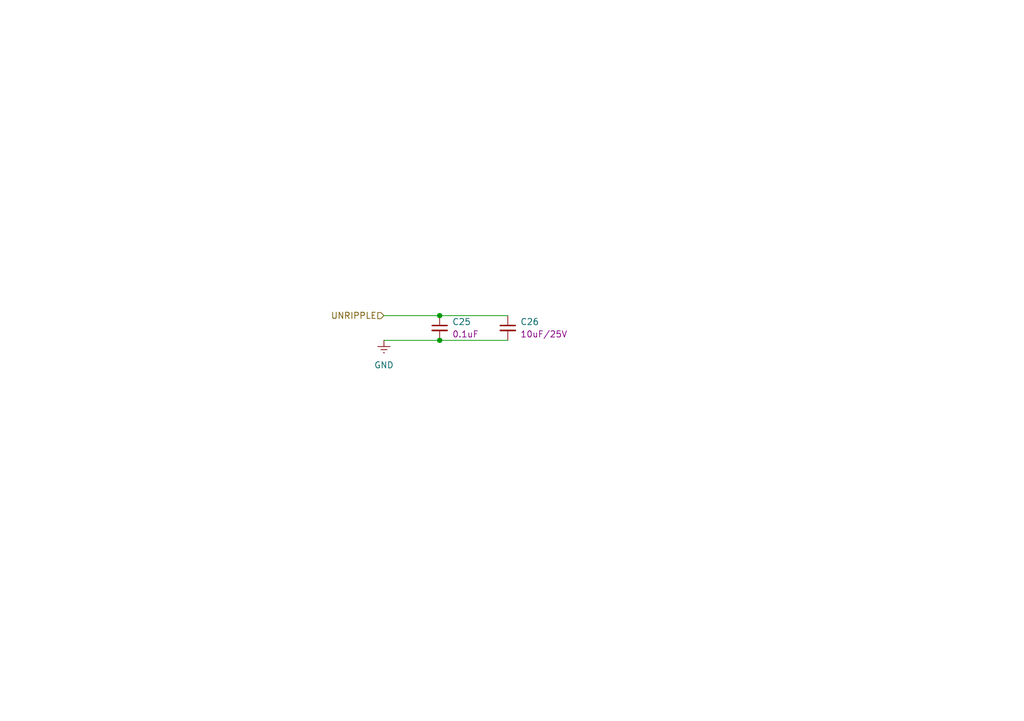
<source format=kicad_sch>
(kicad_sch (version 20250114) (generator "eeschema") (generator_version "9.0")
  (paper "A5")
  (title_block (title "MasterOfMuppets") (rev "0.0.0") (company "y3i12"))
  (lib_symbols
    (symbol "PCM_4ms_Capacitor:100nF_0603_16V" (pin_numbers (hide yes)) (pin_names (offset 0.254) (hide yes))
      (property "Reference" "C" (at 1.905 1.27 0))
      (property "Display" "0.1uF" (at 1.905 -1.27 0))
      (symbol "100nF_0603_16V_0_1"
        (polyline (pts (xy -1.524 0.508) (xy 1.524 0.508)) (stroke (width 0.3048)))
        (polyline (pts (xy -1.524 -0.508) (xy 1.524 -0.508)) (stroke (width 0.3302)))
      )
      (symbol "100nF_0603_16V_1_1"
        (pin passive line (at 0 2.54 270) (length 2.032) (name "~") (number "1"))
        (pin passive line (at 0 -2.54 90) (length 2.032) (name "~") (number "2"))
      )
    )
    (symbol "PCM_4ms_Capacitor:10uF_0805_25V" (pin_numbers (hide yes)) (pin_names (offset 0.254) (hide yes))
      (property "Reference" "C" (at 1.905 1.27 0))
      (property "Display" "10uF/25V" (at 1.905 -1.27 0))
      (symbol "10uF_0805_25V_0_1"
        (polyline (pts (xy -1.524 0.508) (xy 1.524 0.508)) (stroke (width 0.3048)))
        (polyline (pts (xy -1.524 -0.508) (xy 1.524 -0.508)) (stroke (width 0.3302)))
      )
      (symbol "10uF_0805_25V_1_1"
        (pin passive line (at 0 2.54 270) (length 2.032) (name "~") (number "1"))
        (pin passive line (at 0 -2.54 90) (length 2.032) (name "~") (number "2"))
      )
    )
    (symbol "power:GNDREF" (power) (pin_numbers (hide yes)) (pin_names (offset 0) (hide yes))
      (property "Value" "GNDREF" (at 0 -3.81 0))
      (symbol "GNDREF_0_1"
        (polyline (pts (xy -0.635 -1.905) (xy 0.635 -1.905)))
        (polyline (pts (xy -0.127 -2.54) (xy 0.127 -2.54)))
        (polyline (pts (xy 0 -1.27) (xy 0 0)))
        (polyline (pts (xy 1.27 -1.27) (xy -1.27 -1.27)))
      )
      (symbol "GNDREF_1_1"
        (pin power_in line (at 0 0 270) (length 0) (name "~") (number "1"))
      )
    )
  )
  (junction (at 90.17 69.85))
  (junction (at 90.17 64.77))
  (wire (pts (xy 78.74 69.85) (xy 90.17 69.85)))
  (wire (pts (xy 90.17 69.85) (xy 104.14 69.85)))
  (wire (pts (xy 78.74 64.77) (xy 90.17 64.77)))
  (wire (pts (xy 90.17 64.77) (xy 104.14 64.77)))
  (hierarchical_label "UNRIPPLE" (shape input) (at 78.74 64.77 180))
  (symbol (lib_id "PCM_4ms_Capacitor:10uF_0805_25V") (at 104.14 67.31 0) (unit 1)
    (property "Reference" "C22" (at 106.68 66.0462 0) (effects (justify left)))
    (property "Value" "10uF_0805_25V" (effects (hide yes)))
    (property "Footprint" "PCM_4ms_Capacitor:C_0805" (effects (hide yes)))
    (property "Description" "10uF, Min. 25V, X5R/X6S/X7R/X7S, 0805, MLCC" (effects (hide yes)))
    (property "Specifications" "10uF, Min. 25V, X5R/X6S/X7R/X7S, 0805, MLCC" (effects (hide yes)))
    (property "Manufacturer" "Murata" (effects (hide yes)))
    (property "Part Number" "GRM21BR61E106MA73L" (effects (hide yes)))
    (property "Display" "10uF/25V" (at 106.68 68.5862 0) (effects (justify left)))
    (property "JLCPCB ID" "C15850" (effects (hide yes)))
    (instances (project "MasterOfMuppets" (path "" (reference "C26") (unit 1)) (path "" (reference "C30") (unit 1)) (path "" (reference "C52") (unit 1)) (path "" (reference "C34") (unit 1)) (path "" (reference "C22") (unit 1)) (path "" (reference "C28") (unit 1)) (path "" (reference "C24") (unit 1)) (path "" (reference "C32") (unit 1)) (path "" (reference "C48") (unit 1)) (path "" (reference "C40") (unit 1)) (path "" (reference "C50") (unit 1)) (path "" (reference "C42") (unit 1)) (path "" (reference "C46") (unit 1)) (path "" (reference "C38") (unit 1)) (path "" (reference "C44") (unit 1)) (path "" (reference "C36") (unit 1))))
  )
  (symbol (lib_id "power:GNDREF") (at 78.74 69.85 0) (unit 1)
    (property "Reference" "#PWR055" (effects (hide yes)))
    (property "Value" "GND" (at 78.74 74.93 0))
    (property "Description" "Power symbol creates a global label with name \"GNDREF\" , reference supply ground" (effects (hide yes)))
    (instances (project "MasterOfMuppets" (path "" (reference "#PWR057") (unit 1)) (path "" (reference "#PWR059") (unit 1)) (path "" (reference "#PWR086") (unit 1)) (path "" (reference "#PWR061") (unit 1)) (path "" (reference "#PWR055") (unit 1)) (path "" (reference "#PWR058") (unit 1)) (path "" (reference "#PWR056") (unit 1)) (path "" (reference "#PWR060") (unit 1)) (path "" (reference "#PWR068") (unit 1)) (path "" (reference "#PWR064") (unit 1)) (path "" (reference "#PWR069") (unit 1)) (path "" (reference "#PWR065") (unit 1)) (path "" (reference "#PWR067") (unit 1)) (path "" (reference "#PWR063") (unit 1)) (path "" (reference "#PWR066") (unit 1)) (path "" (reference "#PWR062") (unit 1))))
  )
  (symbol (lib_id "PCM_4ms_Capacitor:100nF_0603_16V") (at 90.17 67.31 0) (unit 1)
    (property "Reference" "C21" (at 92.71 66.0462 0) (effects (justify left)))
    (property "Value" "100nF_0603_16V" (effects (hide yes)))
    (property "Footprint" "PCM_4ms_Capacitor:C_0603" (effects (hide yes)))
    (property "Description" "0.1uF, Min. 16V 10%, X7R or X5R or similar" (effects (hide yes)))
    (property "Specifications" "0.1uF, Min. 16V 10%, X7R or X5R or similar" (effects (hide yes)))
    (property "Manufacturer" "AVX Corporation" (effects (hide yes)))
    (property "Part Number" "0603YC104KAT2A" (effects (hide yes)))
    (property "Display" "0.1uF" (at 92.71 68.5862 0) (effects (justify left)))
    (property "JLCPCB ID" "C14663" (effects (hide yes)))
    (instances (project "MasterOfMuppets" (path "" (reference "C25") (unit 1)) (path "" (reference "C29") (unit 1)) (path "" (reference "C51") (unit 1)) (path "" (reference "C33") (unit 1)) (path "" (reference "C21") (unit 1)) (path "" (reference "C27") (unit 1)) (path "" (reference "C23") (unit 1)) (path "" (reference "C31") (unit 1)) (path "" (reference "C47") (unit 1)) (path "" (reference "C39") (unit 1)) (path "" (reference "C49") (unit 1)) (path "" (reference "C41") (unit 1)) (path "" (reference "C45") (unit 1)) (path "" (reference "C37") (unit 1)) (path "" (reference "C43") (unit 1)) (path "" (reference "C35") (unit 1))))
  )
)
</source>
